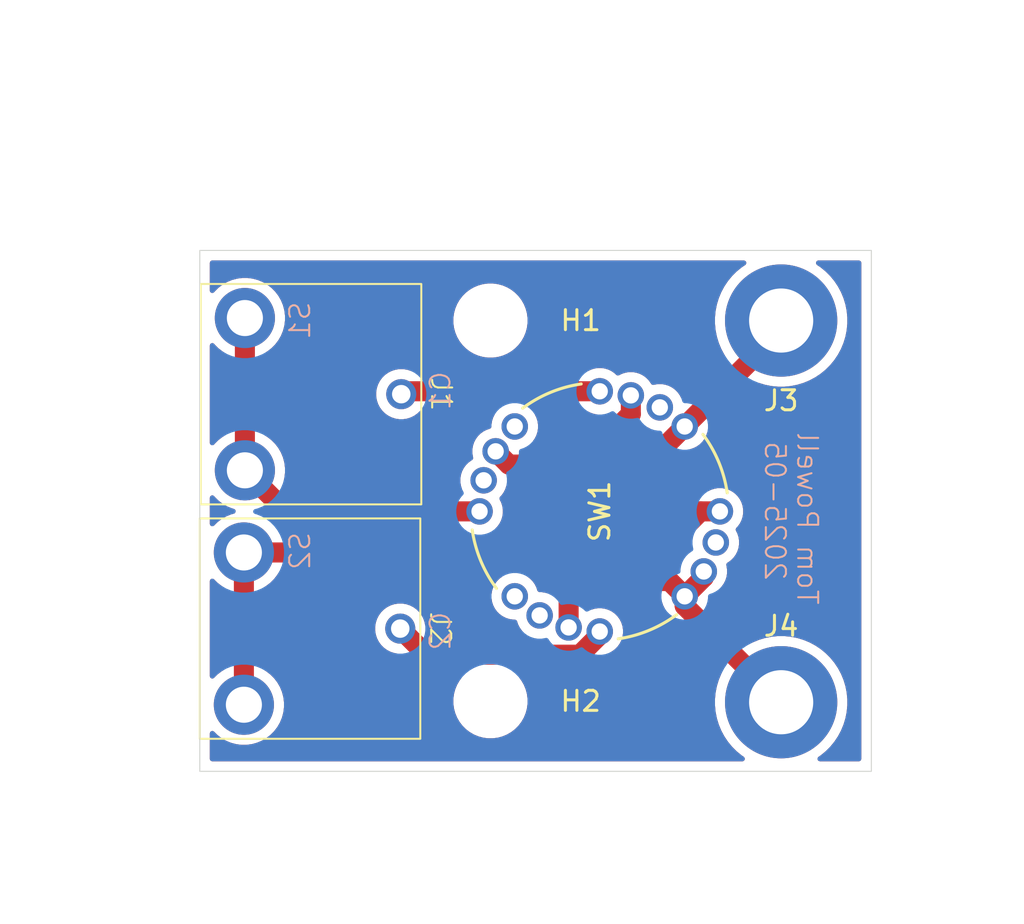
<source format=kicad_pcb>
(kicad_pcb (version 20241229) (generator "pcbnew") (generator_version "9.0")
  (layers (0 "F.Cu" signal) (2 "B.Cu" signal) (13 "F.Paste" user) (15 "B.Paste" user) (5 "F.SilkS" user "F.Silkscreen") (7 "B.SilkS" user "B.Silkscreen") (1 "F.Mask" user) (3 "B.Mask" user) (25 "Edge.Cuts" user))
  (net 0 "")
  (net 1 "/S1")
  (net 2 "/C1")
  (net 3 "/S2")
  (net 4 "/C2")
  (net 5 "/O1")
  (net 6 "/O2")
  (footprint "Library:MRK403-A_NKK" (layer "F.Cu") (at 165.455902 103.525 90)
    (property "Reference" "SW1" (at 0 5.9944 90) (layer "F.SilkS"))
    (property "Value" "MRK403-A")
    (fp_arc (start -3.843746 0.844482) (mid -2.4592 0.057365) (end -0.923603 -0.365081) (stroke (width 0.1524)) (layer "F.SilkS"))
    (fp_arc (start 5.149918 2.150653) (mid 5.937035 3.5352) (end 6.359481 5.070797) (stroke (width 0.1524)) (layer "F.SilkS"))
    (fp_arc (start -5.149923 9.838141) (mid -5.937037 8.453595) (end -6.359482 6.917999) (stroke (width 0.1524)) (layer "F.SilkS"))
    (fp_arc (start 3.843741 11.144323) (mid 2.459195 11.931437) (end 0.923599 12.353882) (stroke (width 0.1524)) (layer "F.SilkS"))
    (pad "1" thru_hole circle (at 0 0 90) (size 1.3208 1.3208) (drill 0.8128) (layers "*.Cu" "*.Mask") (net 1 "/S1"))
    (pad "2" thru_hole circle (at 1.551465 0.204254 75) (size 1.3208 1.3208) (drill 0.8128) (layers "*.Cu" "*.Mask"))
    (pad "3" thru_hole circle (at 2.9972 0.803097 60) (size 1.3208 1.3208) (drill 0.8128) (layers "*.Cu" "*.Mask") (net 5 "/O1"))
    (pad "4" thru_hole circle (at 4.238681 1.755719 45) (size 1.3208 1.3208) (drill 0.8128) (layers "*.Cu" "*.Mask"))
    (pad "5" thru_hole circle (at 5.9944 5.9944 180) (size 1.3208 1.3208) (drill 0.8128) (layers "*.Cu" "*.Mask") (net 2 "/C1"))
    (pad "6" thru_hole circle (at 5.790146 7.545865 345) (size 1.3208 1.3208) (drill 0.8128) (layers "*.Cu" "*.Mask") (net 5 "/O1"))
    (pad "7" thru_hole circle (at 5.191303 8.9916 330) (size 1.3208 1.3208) (drill 0.8128) (layers "*.Cu" "*.Mask"))
    (pad "8" thru_hole circle (at 4.238681 10.233081 315) (size 1.3208 1.3208) (drill 0.8128) (layers "*.Cu" "*.Mask") (net 5 "/O1"))
    (pad "9" thru_hole circle (at 0 11.9888 90) (size 1.3208 1.3208) (drill 0.8128) (layers "*.Cu" "*.Mask") (net 3 "/S2"))
    (pad "10" thru_hole circle (at -1.551465 11.784546 255) (size 1.3208 1.3208) (drill 0.8128) (layers "*.Cu" "*.Mask"))
    (pad "11" thru_hole circle (at -2.9972 11.185703 240) (size 1.3208 1.3208) (drill 0.8128) (layers "*.Cu" "*.Mask") (net 6 "/O2"))
    (pad "12" thru_hole circle (at -4.238681 10.233081 225) (size 1.3208 1.3208) (drill 0.8128) (layers "*.Cu" "*.Mask") (net 6 "/O2"))
    (pad "13" thru_hole circle (at -5.9944 5.9944 180) (size 1.3208 1.3208) (drill 0.8128) (layers "*.Cu" "*.Mask") (net 4 "/C2"))
    (pad "14" thru_hole circle (at -5.790146 4.442935 165) (size 1.3208 1.3208) (drill 0.8128) (layers "*.Cu" "*.Mask") (net 6 "/O2"))
    (pad "15" thru_hole circle (at -5.191303 2.9972 150) (size 1.3208 1.3208) (drill 0.8128) (layers "*.Cu" "*.Mask"))
    (pad "16" thru_hole circle (at -4.238681 1.755719 135) (size 1.3208 1.3208) (drill 0.8128) (layers "*.Cu" "*.Mask"))
  )
  (footprint "MountingHole:MountingHole_3.2mm_M3_DIN965_Pad" (layer "F.Cu") (at 180.5 94)
    (property "Reference" "J3" (at 0 4 0) (layer "F.SilkS"))
    (property "Value" "72918")
    (pad "1" thru_hole circle (at 0 0) (size 5.6 5.6) (drill 3.2) (layers "*.Cu" "*.Mask") (net 5 "/O1"))
  )
  (footprint "MountingHole:MountingHole_3.2mm_M3_DIN965" (layer "F.Cu") (at 166 113)
    (property "Reference" "H2" (at 4.5 0 0) (layer "F.SilkS"))
    (property "Value" "M3")
    (pad "" np_thru_hole circle (at 0 0) (size 3.2 3.2) (drill 3.2) (layers "*.Cu" "*.Mask"))
  )
  (footprint "MountingHole:MountingHole_3.2mm_M3_DIN965" (layer "F.Cu") (at 166 94)
    (property "Reference" "H1" (at 4.5 0 0) (layer "F.SilkS"))
    (property "Value" "M3")
    (pad "" np_thru_hole circle (at 0 0) (size 3.2 3.2) (drill 3.2) (layers "*.Cu" "*.Mask"))
  )
  (footprint "MountingHole:MountingHole_3.2mm_M3_DIN965_Pad" (layer "F.Cu") (at 180.5 113.05)
    (property "Reference" "J4" (at 0 -3.8 0) (layer "F.SilkS"))
    (property "Value" "72918")
    (pad "1" thru_hole circle (at 0 0) (size 5.6 5.6) (drill 3.2) (layers "*.Cu" "*.Mask") (net 6 "/O2"))
  )
  (footprint "Library:0731000154" (layer "F.Cu") (at 161.5 109.375 -90)
    (property "Reference" "J2" (at 0 -2 270) (layer "F.SilkS") (effects (font (thickness 0.1))))
    (property "Value" "0731000154")
    (fp_rect (start -5.5 -1) (end 5.5 10) (stroke (width 0.1)) (fill no) (layer "F.SilkS"))
    (pad "1" thru_hole circle (at 0 0 270) (size 1.5 1.5) (drill 0.92) (layers "*.Cu" "*.Mask") (net 4 "/C2"))
    (pad "2" thru_hole circle (at -3.8 7.8 270) (size 3 3) (drill 1.8) (layers "*.Cu" "*.Mask") (net 3 "/S2"))
    (pad "2" thru_hole circle (at 3.8 7.8 270) (size 3 3) (drill 1.8) (layers "*.Cu" "*.Mask") (net 3 "/S2"))
  )
  (footprint "Library:0731000154" (layer "F.Cu") (at 161.55 97.675 -90)
    (property "Reference" "J1" (at 0 -2 270) (layer "F.SilkS") (effects (font (thickness 0.1))))
    (property "Value" "0731000154")
    (fp_rect (start -5.5 -1) (end 5.5 10) (stroke (width 0.1)) (fill no) (layer "F.SilkS"))
    (pad "1" thru_hole circle (at 0 0 270) (size 1.5 1.5) (drill 0.92) (layers "*.Cu" "*.Mask") (net 2 "/C1"))
    (pad "2" thru_hole circle (at -3.8 7.8 270) (size 3 3) (drill 1.8) (layers "*.Cu" "*.Mask") (net 1 "/S1"))
    (pad "2" thru_hole circle (at 3.8 7.8 270) (size 3 3) (drill 1.8) (layers "*.Cu" "*.Mask") (net 1 "/S1"))
  )
  (gr_rect (start 151.5 90.5) (end 185 116.5) (stroke (width 0.05)) (fill no) (layer "Edge.Cuts"))
  (gr_text "Tom Powell \n2025-05" (at 181 103.5 -90) (layer "B.SilkS") (effects (font (size 1 1) (thickness 0.1)) (justify mirror)))
  (gr_text "C1" (at 163.5 97.5 90) (layer "B.SilkS") (effects (font (size 1 1) (thickness 0.1)) (justify mirror)))
  (gr_text "S2" (at 156.5 105.5 90) (layer "B.SilkS") (effects (font (size 1 1) (thickness 0.1)) (justify mirror)))
  (gr_text "C2" (at 163.5 109.5 90) (layer "B.SilkS") (effects (font (size 1 1) (thickness 0.1)) (justify mirror)))
  (gr_text "S1" (at 156.5 94 90) (layer "B.SilkS") (effects (font (size 1 1) (thickness 0.1)) (justify mirror)))
  (segment (start 155.8 103.525) (end 153.75 101.475) (width 1) (layer "F.Cu") (net 1))
  (segment (start 165.455902 103.525) (end 155.8 103.525) (width 1) (layer "F.Cu") (net 1))
  (segment (start 153.75 101.475) (end 153.75 93.875) (width 1) (layer "F.Cu") (net 1))
  (segment (start 171.450302 97.5306) (end 161.6944 97.5306) (width 1) (layer "F.Cu") (net 2))
  (segment (start 161.6944 97.5306) (end 161.55 97.675) (width 1) (layer "F.Cu") (net 2))
  (segment (start 176.475 103.525) (end 174.425 105.575) (width 1) (layer "F.Cu") (net 3))
  (segment (start 177.444702 103.525) (end 176.475 103.525) (width 1) (layer "F.Cu") (net 3))
  (segment (start 174.425 105.575) (end 153.7 105.575) (width 1) (layer "F.Cu") (net 3))
  (segment (start 153.7 105.575) (end 153.7 113.175) (width 1) (layer "F.Cu") (net 3))
  (segment (start 171.450302 109.688992) (end 170.462748 110.676546) (width 1) (layer "F.Cu") (net 4))
  (segment (start 171.450302 109.5194) (end 171.450302 109.688992) (width 1) (layer "F.Cu") (net 4))
  (segment (start 162.801546 110.676546) (end 161.5 109.375) (width 1) (layer "F.Cu") (net 4))
  (segment (start 170.462748 110.676546) (end 162.801546 110.676546) (width 1) (layer "F.Cu") (net 4))
  (segment (start 166.919399 101.1882) (end 170.482367 101.1882) (width 1) (layer "F.Cu") (net 5))
  (segment (start 166.258999 100.5278) (end 166.919399 101.1882) (width 1) (layer "F.Cu") (net 5))
  (segment (start 175.688983 99.286319) (end 180.5 94.475302) (width 1) (layer "F.Cu") (net 5))
  (segment (start 173.787102 101.1882) (end 170.482367 101.1882) (width 1) (layer "F.Cu") (net 5))
  (segment (start 175.688983 99.286319) (end 173.787102 101.1882) (width 1) (layer "F.Cu") (net 5))
  (segment (start 180.5 94.475302) (end 180.5 94) (width 1) (layer "F.Cu") (net 5))
  (segment (start 170.482367 101.1882) (end 173.001767 98.6688) (width 1) (layer "F.Cu") (net 5))
  (segment (start 173.001767 98.6688) (end 173.001767 97.734854) (width 1) (layer "F.Cu") (net 5))
  (segment (start 170.5 107) (end 174.925302 107) (width 1) (layer "F.Cu") (net 6))
  (segment (start 174.925302 107) (end 175.688983 107.763681) (width 1) (layer "F.Cu") (net 6))
  (segment (start 169.898837 109.315146) (end 169.898837 107.601163) (width 1) (layer "F.Cu") (net 6))
  (segment (start 169.898837 107.601163) (end 170.5 107) (width 1) (layer "F.Cu") (net 6))
  (segment (start 175.688983 108.238983) (end 180.5 113.05) (width 1) (layer "F.Cu") (net 6))
  (segment (start 175.688983 107.763681) (end 175.688983 108.238983) (width 1) (layer "F.Cu") (net 6))
  (segment (start 176.641605 106.5222) (end 176.641605 106.811059) (width 1) (layer "F.Cu") (net 6))
  (segment (start 176.641605 106.811059) (end 175.688983 107.763681) (width 1) (layer "F.Cu") (net 6))
  (zone (net 0) (net_name "") (layers "F.Cu" "B.Cu") (connect_pads (clearance 0.5)) (min_thickness 0.25) (fill yes (thermal_gap 0.5) (thermal_bridge_width 0.5) (island_removal_mode 1) (island_area_min 10))
    (polygon (pts (xy 151.5 90.5) (xy 151.5 116.5) (xy 185 116.5) (xy 185 90.5)))
  )
)
</source>
